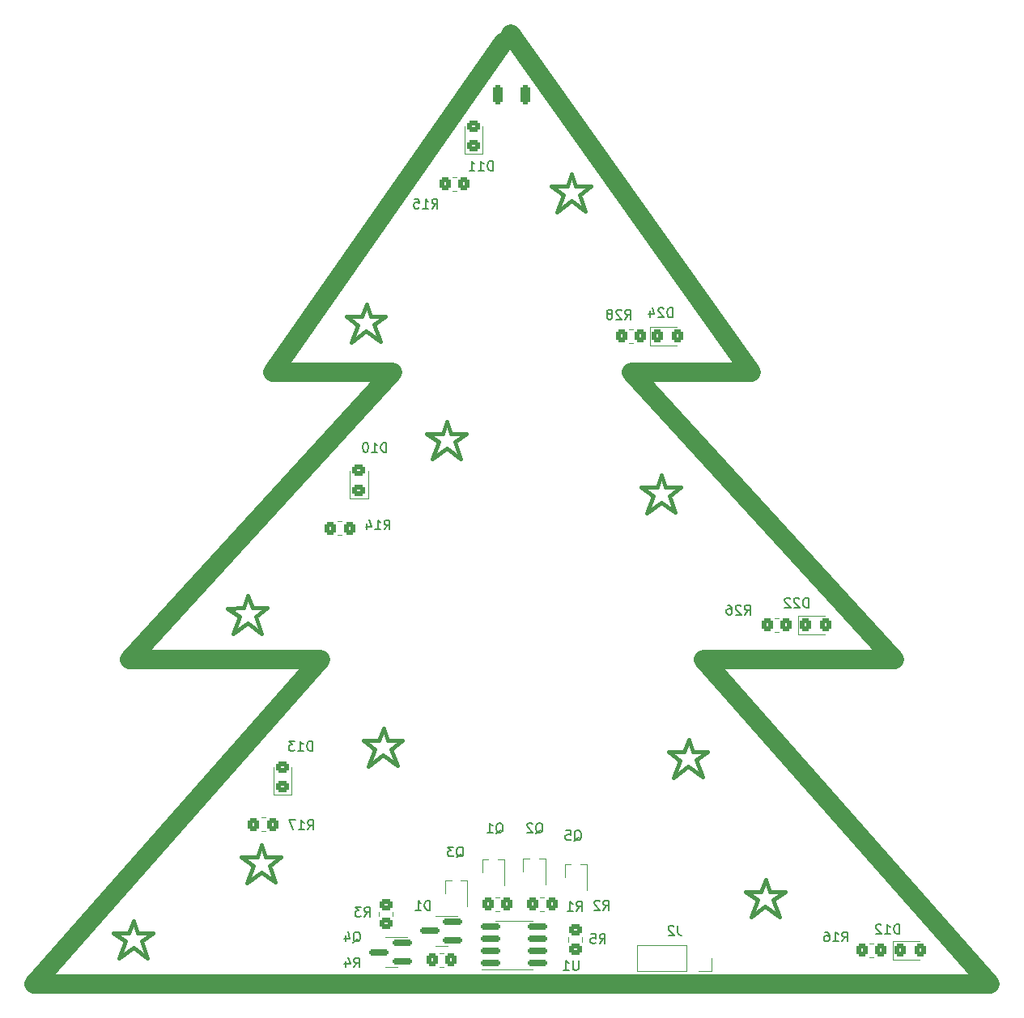
<source format=gbo>
G04 #@! TF.GenerationSoftware,KiCad,Pcbnew,7.0.8*
G04 #@! TF.CreationDate,2024-10-12T14:26:17+02:00*
G04 #@! TF.ProjectId,PCB_Christmas_Tree,5043425f-4368-4726-9973-746d61735f54,rev?*
G04 #@! TF.SameCoordinates,Original*
G04 #@! TF.FileFunction,Legend,Bot*
G04 #@! TF.FilePolarity,Positive*
%FSLAX46Y46*%
G04 Gerber Fmt 4.6, Leading zero omitted, Abs format (unit mm)*
G04 Created by KiCad (PCBNEW 7.0.8) date 2024-10-12 14:26:17*
%MOMM*%
%LPD*%
G01*
G04 APERTURE LIST*
G04 Aperture macros list*
%AMRoundRect*
0 Rectangle with rounded corners*
0 $1 Rounding radius*
0 $2 $3 $4 $5 $6 $7 $8 $9 X,Y pos of 4 corners*
0 Add a 4 corners polygon primitive as box body*
4,1,4,$2,$3,$4,$5,$6,$7,$8,$9,$2,$3,0*
0 Add four circle primitives for the rounded corners*
1,1,$1+$1,$2,$3*
1,1,$1+$1,$4,$5*
1,1,$1+$1,$6,$7*
1,1,$1+$1,$8,$9*
0 Add four rect primitives between the rounded corners*
20,1,$1+$1,$2,$3,$4,$5,0*
20,1,$1+$1,$4,$5,$6,$7,0*
20,1,$1+$1,$6,$7,$8,$9,0*
20,1,$1+$1,$8,$9,$2,$3,0*%
G04 Aperture macros list end*
%ADD10C,0.400000*%
%ADD11C,2.000000*%
%ADD12C,0.150000*%
%ADD13C,0.120000*%
%ADD14C,3.000000*%
%ADD15RoundRect,0.250000X-0.350000X-0.450000X0.350000X-0.450000X0.350000X0.450000X-0.350000X0.450000X0*%
%ADD16R,1.700000X1.700000*%
%ADD17O,1.700000X1.700000*%
%ADD18RoundRect,0.250000X0.450000X-0.325000X0.450000X0.325000X-0.450000X0.325000X-0.450000X-0.325000X0*%
%ADD19R,0.450000X1.500000*%
%ADD20RoundRect,0.250000X0.350000X0.450000X-0.350000X0.450000X-0.350000X-0.450000X0.350000X-0.450000X0*%
%ADD21RoundRect,0.250000X-0.325000X-0.450000X0.325000X-0.450000X0.325000X0.450000X-0.325000X0.450000X0*%
%ADD22RoundRect,0.250000X0.250000X0.750000X-0.250000X0.750000X-0.250000X-0.750000X0.250000X-0.750000X0*%
%ADD23RoundRect,0.150000X-0.825000X-0.150000X0.825000X-0.150000X0.825000X0.150000X-0.825000X0.150000X0*%
%ADD24RoundRect,0.250000X0.450000X-0.350000X0.450000X0.350000X-0.450000X0.350000X-0.450000X-0.350000X0*%
%ADD25RoundRect,0.150000X0.850000X0.150000X-0.850000X0.150000X-0.850000X-0.150000X0.850000X-0.150000X0*%
%ADD26R,3.000000X2.000000*%
%ADD27RoundRect,0.250000X-0.450000X0.350000X-0.450000X-0.350000X0.450000X-0.350000X0.450000X0.350000X0*%
G04 APERTURE END LIST*
D10*
X165270000Y-84070000D02*
X164810000Y-85330000D01*
X155870000Y-52560000D02*
X156320000Y-53820000D01*
X110050000Y-130680000D02*
X109590000Y-131940000D01*
X168100000Y-111730000D02*
X168550000Y-112990000D01*
D11*
X169640000Y-103320000D02*
X199640000Y-137320000D01*
D10*
X178180000Y-127620000D02*
X176610000Y-127610000D01*
X121330000Y-124040000D02*
X122980000Y-124020000D01*
X167240000Y-113900000D02*
X166560000Y-115680000D01*
X110020000Y-133500000D02*
X108510000Y-134630000D01*
X133550000Y-68340000D02*
X132870000Y-70120000D01*
X155870000Y-52560000D02*
X155410000Y-53820000D01*
X122580000Y-124930000D02*
X121900000Y-126710000D01*
X124260000Y-124920000D02*
X124880000Y-126660000D01*
X110050000Y-130680000D02*
X110500000Y-131940000D01*
X155840000Y-55380000D02*
X157310000Y-56460000D01*
X125460000Y-124030000D02*
X123890000Y-124020000D01*
X134080000Y-111840000D02*
X135730000Y-111820000D01*
X134380000Y-68990000D02*
X135850000Y-70070000D01*
X156690000Y-54720000D02*
X157310000Y-56460000D01*
X140720000Y-79710000D02*
X141970000Y-80600000D01*
X174050000Y-127630000D02*
X175300000Y-128520000D01*
X168920000Y-113890000D02*
X170120000Y-113000000D01*
X123440000Y-122760000D02*
X122980000Y-124020000D01*
D11*
X162140000Y-73320000D02*
X174640000Y-73320000D01*
D10*
X122000000Y-99520000D02*
X123470000Y-100600000D01*
X165270000Y-84070000D02*
X165720000Y-85330000D01*
X123410000Y-125580000D02*
X121900000Y-126710000D01*
X121330000Y-124040000D02*
X122580000Y-124930000D01*
X140720000Y-79710000D02*
X142370000Y-79690000D01*
X136160000Y-113380000D02*
X134650000Y-114510000D01*
X142830000Y-78430000D02*
X143280000Y-79690000D01*
X153760000Y-53840000D02*
X155410000Y-53820000D01*
X122850000Y-98860000D02*
X124050000Y-97970000D01*
X132300000Y-67450000D02*
X133950000Y-67430000D01*
X137010000Y-112720000D02*
X138210000Y-111830000D01*
X176130000Y-129170000D02*
X174620000Y-130300000D01*
X142800000Y-81250000D02*
X141290000Y-82380000D01*
X144850000Y-79700000D02*
X143280000Y-79690000D01*
D11*
X124640000Y-73320000D02*
X137140000Y-73320000D01*
D10*
X163160000Y-85350000D02*
X164810000Y-85330000D01*
X170120000Y-113000000D02*
X168550000Y-112990000D01*
X123440000Y-122760000D02*
X123890000Y-124020000D01*
X110870000Y-132840000D02*
X112070000Y-131950000D01*
X121170000Y-98870000D02*
X120490000Y-100650000D01*
X174050000Y-127630000D02*
X175700000Y-127610000D01*
X168920000Y-113890000D02*
X169540000Y-115630000D01*
X157890000Y-53830000D02*
X156320000Y-53820000D01*
X156690000Y-54720000D02*
X157890000Y-53830000D01*
X176160000Y-126350000D02*
X176610000Y-127610000D01*
X142830000Y-78430000D02*
X142370000Y-79690000D01*
X166090000Y-86230000D02*
X166710000Y-87970000D01*
X135230000Y-68330000D02*
X135850000Y-70070000D01*
X166090000Y-86230000D02*
X167290000Y-85340000D01*
X176130000Y-129170000D02*
X177600000Y-130250000D01*
X135230000Y-68330000D02*
X136430000Y-67440000D01*
X136430000Y-67440000D02*
X134860000Y-67430000D01*
X119920000Y-97980000D02*
X121570000Y-97960000D01*
X141970000Y-80600000D02*
X141290000Y-82380000D01*
X168070000Y-114550000D02*
X166560000Y-115680000D01*
X122000000Y-99520000D02*
X120490000Y-100650000D01*
X112070000Y-131950000D02*
X110500000Y-131940000D01*
X122030000Y-96700000D02*
X121570000Y-97960000D01*
X132300000Y-67450000D02*
X133550000Y-68340000D01*
X136190000Y-110560000D02*
X135730000Y-111820000D01*
X138210000Y-111830000D02*
X136640000Y-111820000D01*
X168100000Y-111730000D02*
X167640000Y-112990000D01*
X110870000Y-132840000D02*
X111490000Y-134580000D01*
X137010000Y-112720000D02*
X137630000Y-114460000D01*
X155840000Y-55380000D02*
X154330000Y-56510000D01*
D11*
X148740000Y-38720000D02*
X124640000Y-73320000D01*
D10*
X176980000Y-128510000D02*
X178180000Y-127620000D01*
X164410000Y-86240000D02*
X163730000Y-88020000D01*
X165240000Y-86890000D02*
X163730000Y-88020000D01*
X134410000Y-66170000D02*
X134860000Y-67430000D01*
X134380000Y-68990000D02*
X132870000Y-70120000D01*
X134080000Y-111840000D02*
X135330000Y-112730000D01*
X165240000Y-86890000D02*
X166710000Y-87970000D01*
X175300000Y-128520000D02*
X174620000Y-130300000D01*
X124050000Y-97970000D02*
X122480000Y-97960000D01*
D11*
X162140000Y-73320000D02*
X189640000Y-103320000D01*
D10*
X124260000Y-124920000D02*
X125460000Y-124030000D01*
X165990000Y-113010000D02*
X167640000Y-112990000D01*
D11*
X129640000Y-103320000D02*
X109640000Y-103320000D01*
D10*
X136160000Y-113380000D02*
X137630000Y-114460000D01*
D11*
X129640000Y-103320000D02*
X99640000Y-137320000D01*
D10*
X153760000Y-53840000D02*
X155010000Y-54730000D01*
X176980000Y-128510000D02*
X177600000Y-130250000D01*
X143650000Y-80590000D02*
X144270000Y-82330000D01*
X176160000Y-126350000D02*
X175700000Y-127610000D01*
X119920000Y-97980000D02*
X121170000Y-98870000D01*
X122030000Y-96700000D02*
X122480000Y-97960000D01*
X136190000Y-110560000D02*
X136640000Y-111820000D01*
X167290000Y-85340000D02*
X165720000Y-85330000D01*
X168070000Y-114550000D02*
X169540000Y-115630000D01*
X142800000Y-81250000D02*
X144270000Y-82330000D01*
X107940000Y-131960000D02*
X109190000Y-132850000D01*
X107940000Y-131960000D02*
X109590000Y-131940000D01*
X163160000Y-85350000D02*
X164410000Y-86240000D01*
X155010000Y-54730000D02*
X154330000Y-56510000D01*
X110020000Y-133500000D02*
X111490000Y-134580000D01*
X123410000Y-125580000D02*
X124880000Y-126660000D01*
D11*
X189640000Y-103320000D02*
X169640000Y-103320000D01*
D10*
X122850000Y-98860000D02*
X123470000Y-100600000D01*
D11*
X199640000Y-137320000D02*
X99640000Y-137320000D01*
X149532000Y-37887000D02*
X174640000Y-73320000D01*
D10*
X134410000Y-66170000D02*
X133950000Y-67430000D01*
D11*
X137140000Y-73320000D02*
X109640000Y-103320000D01*
D10*
X109190000Y-132850000D02*
X108510000Y-134630000D01*
X165990000Y-113010000D02*
X167240000Y-113900000D01*
X143650000Y-80590000D02*
X144850000Y-79700000D01*
X135330000Y-112730000D02*
X134650000Y-114510000D01*
D12*
X156396666Y-129654819D02*
X156729999Y-129178628D01*
X156968094Y-129654819D02*
X156968094Y-128654819D01*
X156968094Y-128654819D02*
X156587142Y-128654819D01*
X156587142Y-128654819D02*
X156491904Y-128702438D01*
X156491904Y-128702438D02*
X156444285Y-128750057D01*
X156444285Y-128750057D02*
X156396666Y-128845295D01*
X156396666Y-128845295D02*
X156396666Y-128988152D01*
X156396666Y-128988152D02*
X156444285Y-129083390D01*
X156444285Y-129083390D02*
X156491904Y-129131009D01*
X156491904Y-129131009D02*
X156587142Y-129178628D01*
X156587142Y-129178628D02*
X156968094Y-129178628D01*
X155444285Y-129654819D02*
X156015713Y-129654819D01*
X155729999Y-129654819D02*
X155729999Y-128654819D01*
X155729999Y-128654819D02*
X155825237Y-128797676D01*
X155825237Y-128797676D02*
X155920475Y-128892914D01*
X155920475Y-128892914D02*
X156015713Y-128940533D01*
X166993333Y-131198819D02*
X166993333Y-131913104D01*
X166993333Y-131913104D02*
X167040952Y-132055961D01*
X167040952Y-132055961D02*
X167136190Y-132151200D01*
X167136190Y-132151200D02*
X167279047Y-132198819D01*
X167279047Y-132198819D02*
X167374285Y-132198819D01*
X166564761Y-131294057D02*
X166517142Y-131246438D01*
X166517142Y-131246438D02*
X166421904Y-131198819D01*
X166421904Y-131198819D02*
X166183809Y-131198819D01*
X166183809Y-131198819D02*
X166088571Y-131246438D01*
X166088571Y-131246438D02*
X166040952Y-131294057D01*
X166040952Y-131294057D02*
X165993333Y-131389295D01*
X165993333Y-131389295D02*
X165993333Y-131484533D01*
X165993333Y-131484533D02*
X166040952Y-131627390D01*
X166040952Y-131627390D02*
X166612380Y-132198819D01*
X166612380Y-132198819D02*
X165993333Y-132198819D01*
X136494285Y-81652819D02*
X136494285Y-80652819D01*
X136494285Y-80652819D02*
X136256190Y-80652819D01*
X136256190Y-80652819D02*
X136113333Y-80700438D01*
X136113333Y-80700438D02*
X136018095Y-80795676D01*
X136018095Y-80795676D02*
X135970476Y-80890914D01*
X135970476Y-80890914D02*
X135922857Y-81081390D01*
X135922857Y-81081390D02*
X135922857Y-81224247D01*
X135922857Y-81224247D02*
X135970476Y-81414723D01*
X135970476Y-81414723D02*
X136018095Y-81509961D01*
X136018095Y-81509961D02*
X136113333Y-81605200D01*
X136113333Y-81605200D02*
X136256190Y-81652819D01*
X136256190Y-81652819D02*
X136494285Y-81652819D01*
X134970476Y-81652819D02*
X135541904Y-81652819D01*
X135256190Y-81652819D02*
X135256190Y-80652819D01*
X135256190Y-80652819D02*
X135351428Y-80795676D01*
X135351428Y-80795676D02*
X135446666Y-80890914D01*
X135446666Y-80890914D02*
X135541904Y-80938533D01*
X134351428Y-80652819D02*
X134256190Y-80652819D01*
X134256190Y-80652819D02*
X134160952Y-80700438D01*
X134160952Y-80700438D02*
X134113333Y-80748057D01*
X134113333Y-80748057D02*
X134065714Y-80843295D01*
X134065714Y-80843295D02*
X134018095Y-81033771D01*
X134018095Y-81033771D02*
X134018095Y-81271866D01*
X134018095Y-81271866D02*
X134065714Y-81462342D01*
X134065714Y-81462342D02*
X134113333Y-81557580D01*
X134113333Y-81557580D02*
X134160952Y-81605200D01*
X134160952Y-81605200D02*
X134256190Y-81652819D01*
X134256190Y-81652819D02*
X134351428Y-81652819D01*
X134351428Y-81652819D02*
X134446666Y-81605200D01*
X134446666Y-81605200D02*
X134494285Y-81557580D01*
X134494285Y-81557580D02*
X134541904Y-81462342D01*
X134541904Y-81462342D02*
X134589523Y-81271866D01*
X134589523Y-81271866D02*
X134589523Y-81033771D01*
X134589523Y-81033771D02*
X134541904Y-80843295D01*
X134541904Y-80843295D02*
X134494285Y-80748057D01*
X134494285Y-80748057D02*
X134446666Y-80700438D01*
X134446666Y-80700438D02*
X134351428Y-80652819D01*
X143825238Y-124050057D02*
X143920476Y-124002438D01*
X143920476Y-124002438D02*
X144015714Y-123907200D01*
X144015714Y-123907200D02*
X144158571Y-123764342D01*
X144158571Y-123764342D02*
X144253809Y-123716723D01*
X144253809Y-123716723D02*
X144349047Y-123716723D01*
X144301428Y-123954819D02*
X144396666Y-123907200D01*
X144396666Y-123907200D02*
X144491904Y-123811961D01*
X144491904Y-123811961D02*
X144539523Y-123621485D01*
X144539523Y-123621485D02*
X144539523Y-123288152D01*
X144539523Y-123288152D02*
X144491904Y-123097676D01*
X144491904Y-123097676D02*
X144396666Y-123002438D01*
X144396666Y-123002438D02*
X144301428Y-122954819D01*
X144301428Y-122954819D02*
X144110952Y-122954819D01*
X144110952Y-122954819D02*
X144015714Y-123002438D01*
X144015714Y-123002438D02*
X143920476Y-123097676D01*
X143920476Y-123097676D02*
X143872857Y-123288152D01*
X143872857Y-123288152D02*
X143872857Y-123621485D01*
X143872857Y-123621485D02*
X143920476Y-123811961D01*
X143920476Y-123811961D02*
X144015714Y-123907200D01*
X144015714Y-123907200D02*
X144110952Y-123954819D01*
X144110952Y-123954819D02*
X144301428Y-123954819D01*
X143539523Y-122954819D02*
X142920476Y-122954819D01*
X142920476Y-122954819D02*
X143253809Y-123335771D01*
X143253809Y-123335771D02*
X143110952Y-123335771D01*
X143110952Y-123335771D02*
X143015714Y-123383390D01*
X143015714Y-123383390D02*
X142968095Y-123431009D01*
X142968095Y-123431009D02*
X142920476Y-123526247D01*
X142920476Y-123526247D02*
X142920476Y-123764342D01*
X142920476Y-123764342D02*
X142968095Y-123859580D01*
X142968095Y-123859580D02*
X143015714Y-123907200D01*
X143015714Y-123907200D02*
X143110952Y-123954819D01*
X143110952Y-123954819D02*
X143396666Y-123954819D01*
X143396666Y-123954819D02*
X143491904Y-123907200D01*
X143491904Y-123907200D02*
X143539523Y-123859580D01*
X159196666Y-129554819D02*
X159529999Y-129078628D01*
X159768094Y-129554819D02*
X159768094Y-128554819D01*
X159768094Y-128554819D02*
X159387142Y-128554819D01*
X159387142Y-128554819D02*
X159291904Y-128602438D01*
X159291904Y-128602438D02*
X159244285Y-128650057D01*
X159244285Y-128650057D02*
X159196666Y-128745295D01*
X159196666Y-128745295D02*
X159196666Y-128888152D01*
X159196666Y-128888152D02*
X159244285Y-128983390D01*
X159244285Y-128983390D02*
X159291904Y-129031009D01*
X159291904Y-129031009D02*
X159387142Y-129078628D01*
X159387142Y-129078628D02*
X159768094Y-129078628D01*
X158815713Y-128650057D02*
X158768094Y-128602438D01*
X158768094Y-128602438D02*
X158672856Y-128554819D01*
X158672856Y-128554819D02*
X158434761Y-128554819D01*
X158434761Y-128554819D02*
X158339523Y-128602438D01*
X158339523Y-128602438D02*
X158291904Y-128650057D01*
X158291904Y-128650057D02*
X158244285Y-128745295D01*
X158244285Y-128745295D02*
X158244285Y-128840533D01*
X158244285Y-128840533D02*
X158291904Y-128983390D01*
X158291904Y-128983390D02*
X158863332Y-129554819D01*
X158863332Y-129554819D02*
X158244285Y-129554819D01*
X184172857Y-132854819D02*
X184506190Y-132378628D01*
X184744285Y-132854819D02*
X184744285Y-131854819D01*
X184744285Y-131854819D02*
X184363333Y-131854819D01*
X184363333Y-131854819D02*
X184268095Y-131902438D01*
X184268095Y-131902438D02*
X184220476Y-131950057D01*
X184220476Y-131950057D02*
X184172857Y-132045295D01*
X184172857Y-132045295D02*
X184172857Y-132188152D01*
X184172857Y-132188152D02*
X184220476Y-132283390D01*
X184220476Y-132283390D02*
X184268095Y-132331009D01*
X184268095Y-132331009D02*
X184363333Y-132378628D01*
X184363333Y-132378628D02*
X184744285Y-132378628D01*
X183220476Y-132854819D02*
X183791904Y-132854819D01*
X183506190Y-132854819D02*
X183506190Y-131854819D01*
X183506190Y-131854819D02*
X183601428Y-131997676D01*
X183601428Y-131997676D02*
X183696666Y-132092914D01*
X183696666Y-132092914D02*
X183791904Y-132140533D01*
X182363333Y-131854819D02*
X182553809Y-131854819D01*
X182553809Y-131854819D02*
X182649047Y-131902438D01*
X182649047Y-131902438D02*
X182696666Y-131950057D01*
X182696666Y-131950057D02*
X182791904Y-132092914D01*
X182791904Y-132092914D02*
X182839523Y-132283390D01*
X182839523Y-132283390D02*
X182839523Y-132664342D01*
X182839523Y-132664342D02*
X182791904Y-132759580D01*
X182791904Y-132759580D02*
X182744285Y-132807200D01*
X182744285Y-132807200D02*
X182649047Y-132854819D01*
X182649047Y-132854819D02*
X182458571Y-132854819D01*
X182458571Y-132854819D02*
X182363333Y-132807200D01*
X182363333Y-132807200D02*
X182315714Y-132759580D01*
X182315714Y-132759580D02*
X182268095Y-132664342D01*
X182268095Y-132664342D02*
X182268095Y-132426247D01*
X182268095Y-132426247D02*
X182315714Y-132331009D01*
X182315714Y-132331009D02*
X182363333Y-132283390D01*
X182363333Y-132283390D02*
X182458571Y-132235771D01*
X182458571Y-132235771D02*
X182649047Y-132235771D01*
X182649047Y-132235771D02*
X182744285Y-132283390D01*
X182744285Y-132283390D02*
X182791904Y-132331009D01*
X182791904Y-132331009D02*
X182839523Y-132426247D01*
X166444285Y-67554819D02*
X166444285Y-66554819D01*
X166444285Y-66554819D02*
X166206190Y-66554819D01*
X166206190Y-66554819D02*
X166063333Y-66602438D01*
X166063333Y-66602438D02*
X165968095Y-66697676D01*
X165968095Y-66697676D02*
X165920476Y-66792914D01*
X165920476Y-66792914D02*
X165872857Y-66983390D01*
X165872857Y-66983390D02*
X165872857Y-67126247D01*
X165872857Y-67126247D02*
X165920476Y-67316723D01*
X165920476Y-67316723D02*
X165968095Y-67411961D01*
X165968095Y-67411961D02*
X166063333Y-67507200D01*
X166063333Y-67507200D02*
X166206190Y-67554819D01*
X166206190Y-67554819D02*
X166444285Y-67554819D01*
X165491904Y-66650057D02*
X165444285Y-66602438D01*
X165444285Y-66602438D02*
X165349047Y-66554819D01*
X165349047Y-66554819D02*
X165110952Y-66554819D01*
X165110952Y-66554819D02*
X165015714Y-66602438D01*
X165015714Y-66602438D02*
X164968095Y-66650057D01*
X164968095Y-66650057D02*
X164920476Y-66745295D01*
X164920476Y-66745295D02*
X164920476Y-66840533D01*
X164920476Y-66840533D02*
X164968095Y-66983390D01*
X164968095Y-66983390D02*
X165539523Y-67554819D01*
X165539523Y-67554819D02*
X164920476Y-67554819D01*
X164063333Y-66888152D02*
X164063333Y-67554819D01*
X164301428Y-66507200D02*
X164539523Y-67221485D01*
X164539523Y-67221485D02*
X163920476Y-67221485D01*
X136272857Y-89754819D02*
X136606190Y-89278628D01*
X136844285Y-89754819D02*
X136844285Y-88754819D01*
X136844285Y-88754819D02*
X136463333Y-88754819D01*
X136463333Y-88754819D02*
X136368095Y-88802438D01*
X136368095Y-88802438D02*
X136320476Y-88850057D01*
X136320476Y-88850057D02*
X136272857Y-88945295D01*
X136272857Y-88945295D02*
X136272857Y-89088152D01*
X136272857Y-89088152D02*
X136320476Y-89183390D01*
X136320476Y-89183390D02*
X136368095Y-89231009D01*
X136368095Y-89231009D02*
X136463333Y-89278628D01*
X136463333Y-89278628D02*
X136844285Y-89278628D01*
X135320476Y-89754819D02*
X135891904Y-89754819D01*
X135606190Y-89754819D02*
X135606190Y-88754819D01*
X135606190Y-88754819D02*
X135701428Y-88897676D01*
X135701428Y-88897676D02*
X135796666Y-88992914D01*
X135796666Y-88992914D02*
X135891904Y-89040533D01*
X134463333Y-89088152D02*
X134463333Y-89754819D01*
X134701428Y-88707200D02*
X134939523Y-89421485D01*
X134939523Y-89421485D02*
X134320476Y-89421485D01*
X156591904Y-134854819D02*
X156591904Y-135664342D01*
X156591904Y-135664342D02*
X156544285Y-135759580D01*
X156544285Y-135759580D02*
X156496666Y-135807200D01*
X156496666Y-135807200D02*
X156401428Y-135854819D01*
X156401428Y-135854819D02*
X156210952Y-135854819D01*
X156210952Y-135854819D02*
X156115714Y-135807200D01*
X156115714Y-135807200D02*
X156068095Y-135759580D01*
X156068095Y-135759580D02*
X156020476Y-135664342D01*
X156020476Y-135664342D02*
X156020476Y-134854819D01*
X155020476Y-135854819D02*
X155591904Y-135854819D01*
X155306190Y-135854819D02*
X155306190Y-134854819D01*
X155306190Y-134854819D02*
X155401428Y-134997676D01*
X155401428Y-134997676D02*
X155496666Y-135092914D01*
X155496666Y-135092914D02*
X155591904Y-135140533D01*
X158796666Y-133054819D02*
X159129999Y-132578628D01*
X159368094Y-133054819D02*
X159368094Y-132054819D01*
X159368094Y-132054819D02*
X158987142Y-132054819D01*
X158987142Y-132054819D02*
X158891904Y-132102438D01*
X158891904Y-132102438D02*
X158844285Y-132150057D01*
X158844285Y-132150057D02*
X158796666Y-132245295D01*
X158796666Y-132245295D02*
X158796666Y-132388152D01*
X158796666Y-132388152D02*
X158844285Y-132483390D01*
X158844285Y-132483390D02*
X158891904Y-132531009D01*
X158891904Y-132531009D02*
X158987142Y-132578628D01*
X158987142Y-132578628D02*
X159368094Y-132578628D01*
X157891904Y-132054819D02*
X158368094Y-132054819D01*
X158368094Y-132054819D02*
X158415713Y-132531009D01*
X158415713Y-132531009D02*
X158368094Y-132483390D01*
X158368094Y-132483390D02*
X158272856Y-132435771D01*
X158272856Y-132435771D02*
X158034761Y-132435771D01*
X158034761Y-132435771D02*
X157939523Y-132483390D01*
X157939523Y-132483390D02*
X157891904Y-132531009D01*
X157891904Y-132531009D02*
X157844285Y-132626247D01*
X157844285Y-132626247D02*
X157844285Y-132864342D01*
X157844285Y-132864342D02*
X157891904Y-132959580D01*
X157891904Y-132959580D02*
X157939523Y-133007200D01*
X157939523Y-133007200D02*
X158034761Y-133054819D01*
X158034761Y-133054819D02*
X158272856Y-133054819D01*
X158272856Y-133054819D02*
X158368094Y-133007200D01*
X158368094Y-133007200D02*
X158415713Y-132959580D01*
X133096666Y-135554819D02*
X133429999Y-135078628D01*
X133668094Y-135554819D02*
X133668094Y-134554819D01*
X133668094Y-134554819D02*
X133287142Y-134554819D01*
X133287142Y-134554819D02*
X133191904Y-134602438D01*
X133191904Y-134602438D02*
X133144285Y-134650057D01*
X133144285Y-134650057D02*
X133096666Y-134745295D01*
X133096666Y-134745295D02*
X133096666Y-134888152D01*
X133096666Y-134888152D02*
X133144285Y-134983390D01*
X133144285Y-134983390D02*
X133191904Y-135031009D01*
X133191904Y-135031009D02*
X133287142Y-135078628D01*
X133287142Y-135078628D02*
X133668094Y-135078628D01*
X132239523Y-134888152D02*
X132239523Y-135554819D01*
X132477618Y-134507200D02*
X132715713Y-135221485D01*
X132715713Y-135221485D02*
X132096666Y-135221485D01*
X147644285Y-52188819D02*
X147644285Y-51188819D01*
X147644285Y-51188819D02*
X147406190Y-51188819D01*
X147406190Y-51188819D02*
X147263333Y-51236438D01*
X147263333Y-51236438D02*
X147168095Y-51331676D01*
X147168095Y-51331676D02*
X147120476Y-51426914D01*
X147120476Y-51426914D02*
X147072857Y-51617390D01*
X147072857Y-51617390D02*
X147072857Y-51760247D01*
X147072857Y-51760247D02*
X147120476Y-51950723D01*
X147120476Y-51950723D02*
X147168095Y-52045961D01*
X147168095Y-52045961D02*
X147263333Y-52141200D01*
X147263333Y-52141200D02*
X147406190Y-52188819D01*
X147406190Y-52188819D02*
X147644285Y-52188819D01*
X146120476Y-52188819D02*
X146691904Y-52188819D01*
X146406190Y-52188819D02*
X146406190Y-51188819D01*
X146406190Y-51188819D02*
X146501428Y-51331676D01*
X146501428Y-51331676D02*
X146596666Y-51426914D01*
X146596666Y-51426914D02*
X146691904Y-51474533D01*
X145168095Y-52188819D02*
X145739523Y-52188819D01*
X145453809Y-52188819D02*
X145453809Y-51188819D01*
X145453809Y-51188819D02*
X145549047Y-51331676D01*
X145549047Y-51331676D02*
X145644285Y-51426914D01*
X145644285Y-51426914D02*
X145739523Y-51474533D01*
X173972857Y-98654819D02*
X174306190Y-98178628D01*
X174544285Y-98654819D02*
X174544285Y-97654819D01*
X174544285Y-97654819D02*
X174163333Y-97654819D01*
X174163333Y-97654819D02*
X174068095Y-97702438D01*
X174068095Y-97702438D02*
X174020476Y-97750057D01*
X174020476Y-97750057D02*
X173972857Y-97845295D01*
X173972857Y-97845295D02*
X173972857Y-97988152D01*
X173972857Y-97988152D02*
X174020476Y-98083390D01*
X174020476Y-98083390D02*
X174068095Y-98131009D01*
X174068095Y-98131009D02*
X174163333Y-98178628D01*
X174163333Y-98178628D02*
X174544285Y-98178628D01*
X173591904Y-97750057D02*
X173544285Y-97702438D01*
X173544285Y-97702438D02*
X173449047Y-97654819D01*
X173449047Y-97654819D02*
X173210952Y-97654819D01*
X173210952Y-97654819D02*
X173115714Y-97702438D01*
X173115714Y-97702438D02*
X173068095Y-97750057D01*
X173068095Y-97750057D02*
X173020476Y-97845295D01*
X173020476Y-97845295D02*
X173020476Y-97940533D01*
X173020476Y-97940533D02*
X173068095Y-98083390D01*
X173068095Y-98083390D02*
X173639523Y-98654819D01*
X173639523Y-98654819D02*
X173020476Y-98654819D01*
X172163333Y-97654819D02*
X172353809Y-97654819D01*
X172353809Y-97654819D02*
X172449047Y-97702438D01*
X172449047Y-97702438D02*
X172496666Y-97750057D01*
X172496666Y-97750057D02*
X172591904Y-97892914D01*
X172591904Y-97892914D02*
X172639523Y-98083390D01*
X172639523Y-98083390D02*
X172639523Y-98464342D01*
X172639523Y-98464342D02*
X172591904Y-98559580D01*
X172591904Y-98559580D02*
X172544285Y-98607200D01*
X172544285Y-98607200D02*
X172449047Y-98654819D01*
X172449047Y-98654819D02*
X172258571Y-98654819D01*
X172258571Y-98654819D02*
X172163333Y-98607200D01*
X172163333Y-98607200D02*
X172115714Y-98559580D01*
X172115714Y-98559580D02*
X172068095Y-98464342D01*
X172068095Y-98464342D02*
X172068095Y-98226247D01*
X172068095Y-98226247D02*
X172115714Y-98131009D01*
X172115714Y-98131009D02*
X172163333Y-98083390D01*
X172163333Y-98083390D02*
X172258571Y-98035771D01*
X172258571Y-98035771D02*
X172449047Y-98035771D01*
X172449047Y-98035771D02*
X172544285Y-98083390D01*
X172544285Y-98083390D02*
X172591904Y-98131009D01*
X172591904Y-98131009D02*
X172639523Y-98226247D01*
X133025238Y-132950057D02*
X133120476Y-132902438D01*
X133120476Y-132902438D02*
X133215714Y-132807200D01*
X133215714Y-132807200D02*
X133358571Y-132664342D01*
X133358571Y-132664342D02*
X133453809Y-132616723D01*
X133453809Y-132616723D02*
X133549047Y-132616723D01*
X133501428Y-132854819D02*
X133596666Y-132807200D01*
X133596666Y-132807200D02*
X133691904Y-132711961D01*
X133691904Y-132711961D02*
X133739523Y-132521485D01*
X133739523Y-132521485D02*
X133739523Y-132188152D01*
X133739523Y-132188152D02*
X133691904Y-131997676D01*
X133691904Y-131997676D02*
X133596666Y-131902438D01*
X133596666Y-131902438D02*
X133501428Y-131854819D01*
X133501428Y-131854819D02*
X133310952Y-131854819D01*
X133310952Y-131854819D02*
X133215714Y-131902438D01*
X133215714Y-131902438D02*
X133120476Y-131997676D01*
X133120476Y-131997676D02*
X133072857Y-132188152D01*
X133072857Y-132188152D02*
X133072857Y-132521485D01*
X133072857Y-132521485D02*
X133120476Y-132711961D01*
X133120476Y-132711961D02*
X133215714Y-132807200D01*
X133215714Y-132807200D02*
X133310952Y-132854819D01*
X133310952Y-132854819D02*
X133501428Y-132854819D01*
X132215714Y-132188152D02*
X132215714Y-132854819D01*
X132453809Y-131807200D02*
X132691904Y-132521485D01*
X132691904Y-132521485D02*
X132072857Y-132521485D01*
X190144285Y-132054819D02*
X190144285Y-131054819D01*
X190144285Y-131054819D02*
X189906190Y-131054819D01*
X189906190Y-131054819D02*
X189763333Y-131102438D01*
X189763333Y-131102438D02*
X189668095Y-131197676D01*
X189668095Y-131197676D02*
X189620476Y-131292914D01*
X189620476Y-131292914D02*
X189572857Y-131483390D01*
X189572857Y-131483390D02*
X189572857Y-131626247D01*
X189572857Y-131626247D02*
X189620476Y-131816723D01*
X189620476Y-131816723D02*
X189668095Y-131911961D01*
X189668095Y-131911961D02*
X189763333Y-132007200D01*
X189763333Y-132007200D02*
X189906190Y-132054819D01*
X189906190Y-132054819D02*
X190144285Y-132054819D01*
X188620476Y-132054819D02*
X189191904Y-132054819D01*
X188906190Y-132054819D02*
X188906190Y-131054819D01*
X188906190Y-131054819D02*
X189001428Y-131197676D01*
X189001428Y-131197676D02*
X189096666Y-131292914D01*
X189096666Y-131292914D02*
X189191904Y-131340533D01*
X188239523Y-131150057D02*
X188191904Y-131102438D01*
X188191904Y-131102438D02*
X188096666Y-131054819D01*
X188096666Y-131054819D02*
X187858571Y-131054819D01*
X187858571Y-131054819D02*
X187763333Y-131102438D01*
X187763333Y-131102438D02*
X187715714Y-131150057D01*
X187715714Y-131150057D02*
X187668095Y-131245295D01*
X187668095Y-131245295D02*
X187668095Y-131340533D01*
X187668095Y-131340533D02*
X187715714Y-131483390D01*
X187715714Y-131483390D02*
X188287142Y-132054819D01*
X188287142Y-132054819D02*
X187668095Y-132054819D01*
X128758285Y-112894819D02*
X128758285Y-111894819D01*
X128758285Y-111894819D02*
X128520190Y-111894819D01*
X128520190Y-111894819D02*
X128377333Y-111942438D01*
X128377333Y-111942438D02*
X128282095Y-112037676D01*
X128282095Y-112037676D02*
X128234476Y-112132914D01*
X128234476Y-112132914D02*
X128186857Y-112323390D01*
X128186857Y-112323390D02*
X128186857Y-112466247D01*
X128186857Y-112466247D02*
X128234476Y-112656723D01*
X128234476Y-112656723D02*
X128282095Y-112751961D01*
X128282095Y-112751961D02*
X128377333Y-112847200D01*
X128377333Y-112847200D02*
X128520190Y-112894819D01*
X128520190Y-112894819D02*
X128758285Y-112894819D01*
X127234476Y-112894819D02*
X127805904Y-112894819D01*
X127520190Y-112894819D02*
X127520190Y-111894819D01*
X127520190Y-111894819D02*
X127615428Y-112037676D01*
X127615428Y-112037676D02*
X127710666Y-112132914D01*
X127710666Y-112132914D02*
X127805904Y-112180533D01*
X126901142Y-111894819D02*
X126282095Y-111894819D01*
X126282095Y-111894819D02*
X126615428Y-112275771D01*
X126615428Y-112275771D02*
X126472571Y-112275771D01*
X126472571Y-112275771D02*
X126377333Y-112323390D01*
X126377333Y-112323390D02*
X126329714Y-112371009D01*
X126329714Y-112371009D02*
X126282095Y-112466247D01*
X126282095Y-112466247D02*
X126282095Y-112704342D01*
X126282095Y-112704342D02*
X126329714Y-112799580D01*
X126329714Y-112799580D02*
X126377333Y-112847200D01*
X126377333Y-112847200D02*
X126472571Y-112894819D01*
X126472571Y-112894819D02*
X126758285Y-112894819D01*
X126758285Y-112894819D02*
X126853523Y-112847200D01*
X126853523Y-112847200D02*
X126901142Y-112799580D01*
X156125238Y-122350057D02*
X156220476Y-122302438D01*
X156220476Y-122302438D02*
X156315714Y-122207200D01*
X156315714Y-122207200D02*
X156458571Y-122064342D01*
X156458571Y-122064342D02*
X156553809Y-122016723D01*
X156553809Y-122016723D02*
X156649047Y-122016723D01*
X156601428Y-122254819D02*
X156696666Y-122207200D01*
X156696666Y-122207200D02*
X156791904Y-122111961D01*
X156791904Y-122111961D02*
X156839523Y-121921485D01*
X156839523Y-121921485D02*
X156839523Y-121588152D01*
X156839523Y-121588152D02*
X156791904Y-121397676D01*
X156791904Y-121397676D02*
X156696666Y-121302438D01*
X156696666Y-121302438D02*
X156601428Y-121254819D01*
X156601428Y-121254819D02*
X156410952Y-121254819D01*
X156410952Y-121254819D02*
X156315714Y-121302438D01*
X156315714Y-121302438D02*
X156220476Y-121397676D01*
X156220476Y-121397676D02*
X156172857Y-121588152D01*
X156172857Y-121588152D02*
X156172857Y-121921485D01*
X156172857Y-121921485D02*
X156220476Y-122111961D01*
X156220476Y-122111961D02*
X156315714Y-122207200D01*
X156315714Y-122207200D02*
X156410952Y-122254819D01*
X156410952Y-122254819D02*
X156601428Y-122254819D01*
X155268095Y-121254819D02*
X155744285Y-121254819D01*
X155744285Y-121254819D02*
X155791904Y-121731009D01*
X155791904Y-121731009D02*
X155744285Y-121683390D01*
X155744285Y-121683390D02*
X155649047Y-121635771D01*
X155649047Y-121635771D02*
X155410952Y-121635771D01*
X155410952Y-121635771D02*
X155315714Y-121683390D01*
X155315714Y-121683390D02*
X155268095Y-121731009D01*
X155268095Y-121731009D02*
X155220476Y-121826247D01*
X155220476Y-121826247D02*
X155220476Y-122064342D01*
X155220476Y-122064342D02*
X155268095Y-122159580D01*
X155268095Y-122159580D02*
X155315714Y-122207200D01*
X155315714Y-122207200D02*
X155410952Y-122254819D01*
X155410952Y-122254819D02*
X155649047Y-122254819D01*
X155649047Y-122254819D02*
X155744285Y-122207200D01*
X155744285Y-122207200D02*
X155791904Y-122159580D01*
X152125238Y-121550057D02*
X152220476Y-121502438D01*
X152220476Y-121502438D02*
X152315714Y-121407200D01*
X152315714Y-121407200D02*
X152458571Y-121264342D01*
X152458571Y-121264342D02*
X152553809Y-121216723D01*
X152553809Y-121216723D02*
X152649047Y-121216723D01*
X152601428Y-121454819D02*
X152696666Y-121407200D01*
X152696666Y-121407200D02*
X152791904Y-121311961D01*
X152791904Y-121311961D02*
X152839523Y-121121485D01*
X152839523Y-121121485D02*
X152839523Y-120788152D01*
X152839523Y-120788152D02*
X152791904Y-120597676D01*
X152791904Y-120597676D02*
X152696666Y-120502438D01*
X152696666Y-120502438D02*
X152601428Y-120454819D01*
X152601428Y-120454819D02*
X152410952Y-120454819D01*
X152410952Y-120454819D02*
X152315714Y-120502438D01*
X152315714Y-120502438D02*
X152220476Y-120597676D01*
X152220476Y-120597676D02*
X152172857Y-120788152D01*
X152172857Y-120788152D02*
X152172857Y-121121485D01*
X152172857Y-121121485D02*
X152220476Y-121311961D01*
X152220476Y-121311961D02*
X152315714Y-121407200D01*
X152315714Y-121407200D02*
X152410952Y-121454819D01*
X152410952Y-121454819D02*
X152601428Y-121454819D01*
X151791904Y-120550057D02*
X151744285Y-120502438D01*
X151744285Y-120502438D02*
X151649047Y-120454819D01*
X151649047Y-120454819D02*
X151410952Y-120454819D01*
X151410952Y-120454819D02*
X151315714Y-120502438D01*
X151315714Y-120502438D02*
X151268095Y-120550057D01*
X151268095Y-120550057D02*
X151220476Y-120645295D01*
X151220476Y-120645295D02*
X151220476Y-120740533D01*
X151220476Y-120740533D02*
X151268095Y-120883390D01*
X151268095Y-120883390D02*
X151839523Y-121454819D01*
X151839523Y-121454819D02*
X151220476Y-121454819D01*
X161472857Y-67754819D02*
X161806190Y-67278628D01*
X162044285Y-67754819D02*
X162044285Y-66754819D01*
X162044285Y-66754819D02*
X161663333Y-66754819D01*
X161663333Y-66754819D02*
X161568095Y-66802438D01*
X161568095Y-66802438D02*
X161520476Y-66850057D01*
X161520476Y-66850057D02*
X161472857Y-66945295D01*
X161472857Y-66945295D02*
X161472857Y-67088152D01*
X161472857Y-67088152D02*
X161520476Y-67183390D01*
X161520476Y-67183390D02*
X161568095Y-67231009D01*
X161568095Y-67231009D02*
X161663333Y-67278628D01*
X161663333Y-67278628D02*
X162044285Y-67278628D01*
X161091904Y-66850057D02*
X161044285Y-66802438D01*
X161044285Y-66802438D02*
X160949047Y-66754819D01*
X160949047Y-66754819D02*
X160710952Y-66754819D01*
X160710952Y-66754819D02*
X160615714Y-66802438D01*
X160615714Y-66802438D02*
X160568095Y-66850057D01*
X160568095Y-66850057D02*
X160520476Y-66945295D01*
X160520476Y-66945295D02*
X160520476Y-67040533D01*
X160520476Y-67040533D02*
X160568095Y-67183390D01*
X160568095Y-67183390D02*
X161139523Y-67754819D01*
X161139523Y-67754819D02*
X160520476Y-67754819D01*
X159949047Y-67183390D02*
X160044285Y-67135771D01*
X160044285Y-67135771D02*
X160091904Y-67088152D01*
X160091904Y-67088152D02*
X160139523Y-66992914D01*
X160139523Y-66992914D02*
X160139523Y-66945295D01*
X160139523Y-66945295D02*
X160091904Y-66850057D01*
X160091904Y-66850057D02*
X160044285Y-66802438D01*
X160044285Y-66802438D02*
X159949047Y-66754819D01*
X159949047Y-66754819D02*
X159758571Y-66754819D01*
X159758571Y-66754819D02*
X159663333Y-66802438D01*
X159663333Y-66802438D02*
X159615714Y-66850057D01*
X159615714Y-66850057D02*
X159568095Y-66945295D01*
X159568095Y-66945295D02*
X159568095Y-66992914D01*
X159568095Y-66992914D02*
X159615714Y-67088152D01*
X159615714Y-67088152D02*
X159663333Y-67135771D01*
X159663333Y-67135771D02*
X159758571Y-67183390D01*
X159758571Y-67183390D02*
X159949047Y-67183390D01*
X159949047Y-67183390D02*
X160044285Y-67231009D01*
X160044285Y-67231009D02*
X160091904Y-67278628D01*
X160091904Y-67278628D02*
X160139523Y-67373866D01*
X160139523Y-67373866D02*
X160139523Y-67564342D01*
X160139523Y-67564342D02*
X160091904Y-67659580D01*
X160091904Y-67659580D02*
X160044285Y-67707200D01*
X160044285Y-67707200D02*
X159949047Y-67754819D01*
X159949047Y-67754819D02*
X159758571Y-67754819D01*
X159758571Y-67754819D02*
X159663333Y-67707200D01*
X159663333Y-67707200D02*
X159615714Y-67659580D01*
X159615714Y-67659580D02*
X159568095Y-67564342D01*
X159568095Y-67564342D02*
X159568095Y-67373866D01*
X159568095Y-67373866D02*
X159615714Y-67278628D01*
X159615714Y-67278628D02*
X159663333Y-67231009D01*
X159663333Y-67231009D02*
X159758571Y-67183390D01*
X141272857Y-56154819D02*
X141606190Y-55678628D01*
X141844285Y-56154819D02*
X141844285Y-55154819D01*
X141844285Y-55154819D02*
X141463333Y-55154819D01*
X141463333Y-55154819D02*
X141368095Y-55202438D01*
X141368095Y-55202438D02*
X141320476Y-55250057D01*
X141320476Y-55250057D02*
X141272857Y-55345295D01*
X141272857Y-55345295D02*
X141272857Y-55488152D01*
X141272857Y-55488152D02*
X141320476Y-55583390D01*
X141320476Y-55583390D02*
X141368095Y-55631009D01*
X141368095Y-55631009D02*
X141463333Y-55678628D01*
X141463333Y-55678628D02*
X141844285Y-55678628D01*
X140320476Y-56154819D02*
X140891904Y-56154819D01*
X140606190Y-56154819D02*
X140606190Y-55154819D01*
X140606190Y-55154819D02*
X140701428Y-55297676D01*
X140701428Y-55297676D02*
X140796666Y-55392914D01*
X140796666Y-55392914D02*
X140891904Y-55440533D01*
X139415714Y-55154819D02*
X139891904Y-55154819D01*
X139891904Y-55154819D02*
X139939523Y-55631009D01*
X139939523Y-55631009D02*
X139891904Y-55583390D01*
X139891904Y-55583390D02*
X139796666Y-55535771D01*
X139796666Y-55535771D02*
X139558571Y-55535771D01*
X139558571Y-55535771D02*
X139463333Y-55583390D01*
X139463333Y-55583390D02*
X139415714Y-55631009D01*
X139415714Y-55631009D02*
X139368095Y-55726247D01*
X139368095Y-55726247D02*
X139368095Y-55964342D01*
X139368095Y-55964342D02*
X139415714Y-56059580D01*
X139415714Y-56059580D02*
X139463333Y-56107200D01*
X139463333Y-56107200D02*
X139558571Y-56154819D01*
X139558571Y-56154819D02*
X139796666Y-56154819D01*
X139796666Y-56154819D02*
X139891904Y-56107200D01*
X139891904Y-56107200D02*
X139939523Y-56059580D01*
X134196666Y-130254819D02*
X134529999Y-129778628D01*
X134768094Y-130254819D02*
X134768094Y-129254819D01*
X134768094Y-129254819D02*
X134387142Y-129254819D01*
X134387142Y-129254819D02*
X134291904Y-129302438D01*
X134291904Y-129302438D02*
X134244285Y-129350057D01*
X134244285Y-129350057D02*
X134196666Y-129445295D01*
X134196666Y-129445295D02*
X134196666Y-129588152D01*
X134196666Y-129588152D02*
X134244285Y-129683390D01*
X134244285Y-129683390D02*
X134291904Y-129731009D01*
X134291904Y-129731009D02*
X134387142Y-129778628D01*
X134387142Y-129778628D02*
X134768094Y-129778628D01*
X133863332Y-129254819D02*
X133244285Y-129254819D01*
X133244285Y-129254819D02*
X133577618Y-129635771D01*
X133577618Y-129635771D02*
X133434761Y-129635771D01*
X133434761Y-129635771D02*
X133339523Y-129683390D01*
X133339523Y-129683390D02*
X133291904Y-129731009D01*
X133291904Y-129731009D02*
X133244285Y-129826247D01*
X133244285Y-129826247D02*
X133244285Y-130064342D01*
X133244285Y-130064342D02*
X133291904Y-130159580D01*
X133291904Y-130159580D02*
X133339523Y-130207200D01*
X133339523Y-130207200D02*
X133434761Y-130254819D01*
X133434761Y-130254819D02*
X133720475Y-130254819D01*
X133720475Y-130254819D02*
X133815713Y-130207200D01*
X133815713Y-130207200D02*
X133863332Y-130159580D01*
X141068094Y-129554819D02*
X141068094Y-128554819D01*
X141068094Y-128554819D02*
X140829999Y-128554819D01*
X140829999Y-128554819D02*
X140687142Y-128602438D01*
X140687142Y-128602438D02*
X140591904Y-128697676D01*
X140591904Y-128697676D02*
X140544285Y-128792914D01*
X140544285Y-128792914D02*
X140496666Y-128983390D01*
X140496666Y-128983390D02*
X140496666Y-129126247D01*
X140496666Y-129126247D02*
X140544285Y-129316723D01*
X140544285Y-129316723D02*
X140591904Y-129411961D01*
X140591904Y-129411961D02*
X140687142Y-129507200D01*
X140687142Y-129507200D02*
X140829999Y-129554819D01*
X140829999Y-129554819D02*
X141068094Y-129554819D01*
X139544285Y-129554819D02*
X140115713Y-129554819D01*
X139829999Y-129554819D02*
X139829999Y-128554819D01*
X139829999Y-128554819D02*
X139925237Y-128697676D01*
X139925237Y-128697676D02*
X140020475Y-128792914D01*
X140020475Y-128792914D02*
X140115713Y-128840533D01*
X128272857Y-121154819D02*
X128606190Y-120678628D01*
X128844285Y-121154819D02*
X128844285Y-120154819D01*
X128844285Y-120154819D02*
X128463333Y-120154819D01*
X128463333Y-120154819D02*
X128368095Y-120202438D01*
X128368095Y-120202438D02*
X128320476Y-120250057D01*
X128320476Y-120250057D02*
X128272857Y-120345295D01*
X128272857Y-120345295D02*
X128272857Y-120488152D01*
X128272857Y-120488152D02*
X128320476Y-120583390D01*
X128320476Y-120583390D02*
X128368095Y-120631009D01*
X128368095Y-120631009D02*
X128463333Y-120678628D01*
X128463333Y-120678628D02*
X128844285Y-120678628D01*
X127320476Y-121154819D02*
X127891904Y-121154819D01*
X127606190Y-121154819D02*
X127606190Y-120154819D01*
X127606190Y-120154819D02*
X127701428Y-120297676D01*
X127701428Y-120297676D02*
X127796666Y-120392914D01*
X127796666Y-120392914D02*
X127891904Y-120440533D01*
X126987142Y-120154819D02*
X126320476Y-120154819D01*
X126320476Y-120154819D02*
X126749047Y-121154819D01*
X180644285Y-97908819D02*
X180644285Y-96908819D01*
X180644285Y-96908819D02*
X180406190Y-96908819D01*
X180406190Y-96908819D02*
X180263333Y-96956438D01*
X180263333Y-96956438D02*
X180168095Y-97051676D01*
X180168095Y-97051676D02*
X180120476Y-97146914D01*
X180120476Y-97146914D02*
X180072857Y-97337390D01*
X180072857Y-97337390D02*
X180072857Y-97480247D01*
X180072857Y-97480247D02*
X180120476Y-97670723D01*
X180120476Y-97670723D02*
X180168095Y-97765961D01*
X180168095Y-97765961D02*
X180263333Y-97861200D01*
X180263333Y-97861200D02*
X180406190Y-97908819D01*
X180406190Y-97908819D02*
X180644285Y-97908819D01*
X179691904Y-97004057D02*
X179644285Y-96956438D01*
X179644285Y-96956438D02*
X179549047Y-96908819D01*
X179549047Y-96908819D02*
X179310952Y-96908819D01*
X179310952Y-96908819D02*
X179215714Y-96956438D01*
X179215714Y-96956438D02*
X179168095Y-97004057D01*
X179168095Y-97004057D02*
X179120476Y-97099295D01*
X179120476Y-97099295D02*
X179120476Y-97194533D01*
X179120476Y-97194533D02*
X179168095Y-97337390D01*
X179168095Y-97337390D02*
X179739523Y-97908819D01*
X179739523Y-97908819D02*
X179120476Y-97908819D01*
X178739523Y-97004057D02*
X178691904Y-96956438D01*
X178691904Y-96956438D02*
X178596666Y-96908819D01*
X178596666Y-96908819D02*
X178358571Y-96908819D01*
X178358571Y-96908819D02*
X178263333Y-96956438D01*
X178263333Y-96956438D02*
X178215714Y-97004057D01*
X178215714Y-97004057D02*
X178168095Y-97099295D01*
X178168095Y-97099295D02*
X178168095Y-97194533D01*
X178168095Y-97194533D02*
X178215714Y-97337390D01*
X178215714Y-97337390D02*
X178787142Y-97908819D01*
X178787142Y-97908819D02*
X178168095Y-97908819D01*
X147959238Y-121550057D02*
X148054476Y-121502438D01*
X148054476Y-121502438D02*
X148149714Y-121407200D01*
X148149714Y-121407200D02*
X148292571Y-121264342D01*
X148292571Y-121264342D02*
X148387809Y-121216723D01*
X148387809Y-121216723D02*
X148483047Y-121216723D01*
X148435428Y-121454819D02*
X148530666Y-121407200D01*
X148530666Y-121407200D02*
X148625904Y-121311961D01*
X148625904Y-121311961D02*
X148673523Y-121121485D01*
X148673523Y-121121485D02*
X148673523Y-120788152D01*
X148673523Y-120788152D02*
X148625904Y-120597676D01*
X148625904Y-120597676D02*
X148530666Y-120502438D01*
X148530666Y-120502438D02*
X148435428Y-120454819D01*
X148435428Y-120454819D02*
X148244952Y-120454819D01*
X148244952Y-120454819D02*
X148149714Y-120502438D01*
X148149714Y-120502438D02*
X148054476Y-120597676D01*
X148054476Y-120597676D02*
X148006857Y-120788152D01*
X148006857Y-120788152D02*
X148006857Y-121121485D01*
X148006857Y-121121485D02*
X148054476Y-121311961D01*
X148054476Y-121311961D02*
X148149714Y-121407200D01*
X148149714Y-121407200D02*
X148244952Y-121454819D01*
X148244952Y-121454819D02*
X148435428Y-121454819D01*
X147054476Y-121454819D02*
X147625904Y-121454819D01*
X147340190Y-121454819D02*
X147340190Y-120454819D01*
X147340190Y-120454819D02*
X147435428Y-120597676D01*
X147435428Y-120597676D02*
X147530666Y-120692914D01*
X147530666Y-120692914D02*
X147625904Y-120740533D01*
D13*
X147890936Y-128215000D02*
X148345064Y-128215000D01*
X147890936Y-129685000D02*
X148345064Y-129685000D01*
X162745000Y-135930000D02*
X162745000Y-133270000D01*
X167885000Y-135930000D02*
X162745000Y-135930000D01*
X167885000Y-135930000D02*
X167885000Y-133270000D01*
X169155000Y-135930000D02*
X170485000Y-135930000D01*
X170485000Y-135930000D02*
X170485000Y-134600000D01*
X167885000Y-133270000D02*
X162745000Y-133270000D01*
X132670000Y-86460000D02*
X132670000Y-83600000D01*
X134590000Y-86460000D02*
X132670000Y-86460000D01*
X134590000Y-83600000D02*
X134590000Y-86460000D01*
X142640000Y-127847000D02*
X142640000Y-126437000D01*
X143300000Y-126437000D02*
X142640000Y-126437000D01*
X144960000Y-126437000D02*
X144960000Y-129172000D01*
X144970000Y-126437000D02*
X144300000Y-126437000D01*
X152566436Y-128215000D02*
X153020564Y-128215000D01*
X152566436Y-129685000D02*
X153020564Y-129685000D01*
X187461064Y-134511000D02*
X187006936Y-134511000D01*
X187461064Y-133041000D02*
X187006936Y-133041000D01*
X164038000Y-68554000D02*
X166898000Y-68554000D01*
X164038000Y-70474000D02*
X164038000Y-68554000D01*
X166898000Y-70474000D02*
X164038000Y-70474000D01*
X131857064Y-90335000D02*
X131402936Y-90335000D01*
X131857064Y-88865000D02*
X131402936Y-88865000D01*
X149874000Y-130674000D02*
X147924000Y-130674000D01*
X149874000Y-130674000D02*
X151824000Y-130674000D01*
X149874000Y-135794000D02*
X146424000Y-135794000D01*
X149874000Y-135794000D02*
X151824000Y-135794000D01*
X155511000Y-132860064D02*
X155511000Y-132405936D01*
X156981000Y-132860064D02*
X156981000Y-132405936D01*
X142048936Y-134057000D02*
X142503064Y-134057000D01*
X142048936Y-135527000D02*
X142503064Y-135527000D01*
X144670000Y-50435000D02*
X144670000Y-47575000D01*
X146590000Y-50435000D02*
X144670000Y-50435000D01*
X146590000Y-47575000D02*
X146590000Y-50435000D01*
X177555064Y-100475000D02*
X177100936Y-100475000D01*
X177555064Y-99005000D02*
X177100936Y-99005000D01*
X137020500Y-135524000D02*
X137670500Y-135524000D01*
X137020500Y-135524000D02*
X136370500Y-135524000D01*
X137020500Y-132404000D02*
X138695500Y-132404000D01*
X137020500Y-132404000D02*
X136370500Y-132404000D01*
X189438000Y-132816000D02*
X192298000Y-132816000D01*
X189438000Y-134736000D02*
X189438000Y-132816000D01*
X192298000Y-134736000D02*
X189438000Y-134736000D01*
X124670000Y-117460000D02*
X124670000Y-114600000D01*
X126590000Y-117460000D02*
X124670000Y-117460000D01*
X126590000Y-114600000D02*
X126590000Y-117460000D01*
X155152000Y-126147500D02*
X155152000Y-124737500D01*
X155812000Y-124737500D02*
X155152000Y-124737500D01*
X157472000Y-124737500D02*
X157472000Y-127472500D01*
X157482000Y-124737500D02*
X156812000Y-124737500D01*
X150812000Y-125561000D02*
X150812000Y-124151000D01*
X151472000Y-124151000D02*
X150812000Y-124151000D01*
X153132000Y-124151000D02*
X153132000Y-126886000D01*
X153142000Y-124151000D02*
X152472000Y-124151000D01*
X162306064Y-70249000D02*
X161851936Y-70249000D01*
X162306064Y-68779000D02*
X161851936Y-68779000D01*
X143857064Y-54335000D02*
X143402936Y-54335000D01*
X143857064Y-52865000D02*
X143402936Y-52865000D01*
X137169000Y-129738936D02*
X137169000Y-130193064D01*
X135699000Y-129738936D02*
X135699000Y-130193064D01*
X142276000Y-133304000D02*
X142926000Y-133304000D01*
X142276000Y-133304000D02*
X141626000Y-133304000D01*
X142276000Y-130184000D02*
X143951000Y-130184000D01*
X142276000Y-130184000D02*
X141626000Y-130184000D01*
X123857064Y-121335000D02*
X123402936Y-121335000D01*
X123857064Y-119865000D02*
X123402936Y-119865000D01*
X179532000Y-98780000D02*
X182392000Y-98780000D01*
X179532000Y-100700000D02*
X179532000Y-98780000D01*
X182392000Y-100700000D02*
X179532000Y-100700000D01*
X146516000Y-125639500D02*
X146516000Y-124229500D01*
X147176000Y-124229500D02*
X146516000Y-124229500D01*
X148836000Y-124229500D02*
X148836000Y-126964500D01*
X148846000Y-124229500D02*
X148176000Y-124229500D01*
%LPC*%
D14*
X139274000Y-126227000D03*
X160356000Y-126227000D03*
D15*
X147118000Y-128950000D03*
X149118000Y-128950000D03*
D16*
X169155000Y-134600000D03*
D17*
X166615000Y-134600000D03*
X164075000Y-134600000D03*
D18*
X133630000Y-85625000D03*
X133630000Y-83575000D03*
D19*
X144450000Y-128502000D03*
X143150000Y-128502000D03*
X143800000Y-125842000D03*
D15*
X151793500Y-128950000D03*
X153793500Y-128950000D03*
D20*
X188234000Y-133776000D03*
X186234000Y-133776000D03*
D21*
X164873000Y-69514000D03*
X166923000Y-69514000D03*
D20*
X132630000Y-89600000D03*
X130630000Y-89600000D03*
D22*
X151039000Y-44241000D03*
D23*
X147399000Y-135139000D03*
X147399000Y-133869000D03*
X147399000Y-132599000D03*
X147399000Y-131329000D03*
X152349000Y-131329000D03*
X152349000Y-132599000D03*
X152349000Y-133869000D03*
X152349000Y-135139000D03*
D24*
X156246000Y-133633000D03*
X156246000Y-131633000D03*
D22*
X148118000Y-44241000D03*
D15*
X141276000Y-134792000D03*
X143276000Y-134792000D03*
D18*
X145630000Y-49600000D03*
X145630000Y-47550000D03*
D20*
X178328000Y-99740000D03*
X176328000Y-99740000D03*
D25*
X138163500Y-133014000D03*
X138163500Y-134914000D03*
X135750500Y-133964000D03*
D21*
X190273000Y-133776000D03*
X192323000Y-133776000D03*
D26*
X152030000Y-89574000D03*
X152030000Y-92876000D03*
X152030000Y-96178000D03*
X152030000Y-99226000D03*
D18*
X125630000Y-116625000D03*
X125630000Y-114575000D03*
D19*
X156962000Y-126802500D03*
X155662000Y-126802500D03*
X156312000Y-124142500D03*
X152622000Y-126216000D03*
X151322000Y-126216000D03*
X151972000Y-123556000D03*
D20*
X163079000Y-69514000D03*
X161079000Y-69514000D03*
X144630000Y-53600000D03*
X142630000Y-53600000D03*
D27*
X136434000Y-128966000D03*
X136434000Y-130966000D03*
D25*
X143419000Y-130794000D03*
X143419000Y-132694000D03*
X141006000Y-131744000D03*
D20*
X124630000Y-120600000D03*
X122630000Y-120600000D03*
D21*
X180367000Y-99740000D03*
X182417000Y-99740000D03*
D19*
X148326000Y-126294500D03*
X147026000Y-126294500D03*
X147676000Y-123634500D03*
%LPD*%
M02*

</source>
